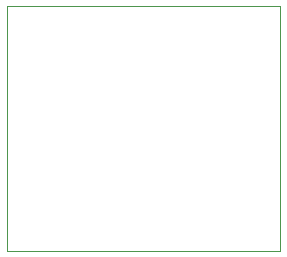
<source format=gbr>
%TF.GenerationSoftware,KiCad,Pcbnew,(5.1.7)-1*%
%TF.CreationDate,2020-12-08T16:49:31+09:00*%
%TF.ProjectId,FlightComputer-Booster,466c6967-6874-4436-9f6d-70757465722d,rev?*%
%TF.SameCoordinates,Original*%
%TF.FileFunction,Profile,NP*%
%FSLAX46Y46*%
G04 Gerber Fmt 4.6, Leading zero omitted, Abs format (unit mm)*
G04 Created by KiCad (PCBNEW (5.1.7)-1) date 2020-12-08 16:49:31*
%MOMM*%
%LPD*%
G01*
G04 APERTURE LIST*
%TA.AperFunction,Profile*%
%ADD10C,0.050000*%
%TD*%
G04 APERTURE END LIST*
D10*
X-34290000Y4318000D02*
X-34290000Y25000000D01*
X-11200000Y4318000D02*
X-34290000Y4318000D01*
X-11200000Y25000000D02*
X-11200000Y4318000D01*
X-34290000Y25000000D02*
X-11200000Y25000000D01*
M02*

</source>
